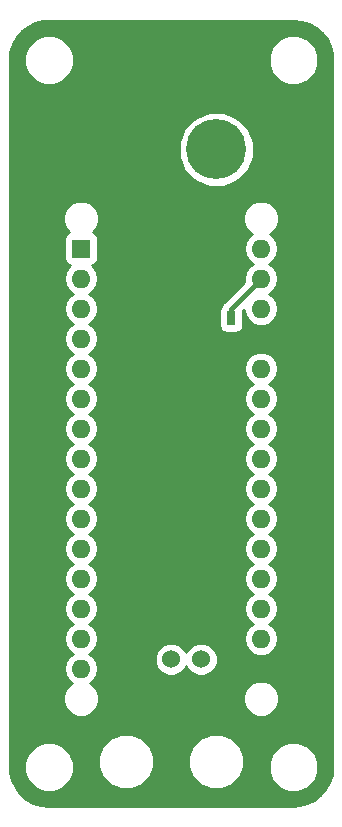
<source format=gbr>
G04 #@! TF.GenerationSoftware,KiCad,Pcbnew,(5.0.0)*
G04 #@! TF.CreationDate,2018-11-03T18:08:05-05:00*
G04 #@! TF.ProjectId,Neopixel_Breakout,4E656F706978656C5F427265616B6F75,rev?*
G04 #@! TF.SameCoordinates,Original*
G04 #@! TF.FileFunction,Copper,L2,Bot,Signal*
G04 #@! TF.FilePolarity,Positive*
%FSLAX46Y46*%
G04 Gerber Fmt 4.6, Leading zero omitted, Abs format (unit mm)*
G04 Created by KiCad (PCBNEW (5.0.0)) date 11/03/18 18:08:05*
%MOMM*%
%LPD*%
G01*
G04 APERTURE LIST*
G04 #@! TA.AperFunction,ComponentPad*
%ADD10R,1.600000X1.600000*%
G04 #@! TD*
G04 #@! TA.AperFunction,ComponentPad*
%ADD11O,1.600000X1.600000*%
G04 #@! TD*
G04 #@! TA.AperFunction,SMDPad,CuDef*
%ADD12R,0.750000X1.200000*%
G04 #@! TD*
G04 #@! TA.AperFunction,ComponentPad*
%ADD13C,5.080000*%
G04 #@! TD*
G04 #@! TA.AperFunction,ComponentPad*
%ADD14C,1.524000*%
G04 #@! TD*
G04 #@! TA.AperFunction,Conductor*
%ADD15C,0.381000*%
G04 #@! TD*
G04 #@! TA.AperFunction,Conductor*
%ADD16C,0.254000*%
G04 #@! TD*
G04 APERTURE END LIST*
D10*
G04 #@! TO.P,A1,1*
G04 #@! TO.N,N/C*
X147320000Y-89683001D03*
D11*
G04 #@! TO.P,A1,17*
X162560000Y-122703001D03*
G04 #@! TO.P,A1,2*
X147320000Y-92223001D03*
G04 #@! TO.P,A1,18*
X162560000Y-120163001D03*
G04 #@! TO.P,A1,3*
X147320000Y-94763001D03*
G04 #@! TO.P,A1,19*
X162560000Y-117623001D03*
G04 #@! TO.P,A1,4*
G04 #@! TO.N,GND*
X147320000Y-97303001D03*
G04 #@! TO.P,A1,20*
G04 #@! TO.N,N/C*
X162560000Y-115083001D03*
G04 #@! TO.P,A1,5*
X147320000Y-99843001D03*
G04 #@! TO.P,A1,21*
X162560000Y-112543001D03*
G04 #@! TO.P,A1,6*
X147320000Y-102383001D03*
G04 #@! TO.P,A1,22*
X162560000Y-110003001D03*
G04 #@! TO.P,A1,7*
X147320000Y-104923001D03*
G04 #@! TO.P,A1,23*
X162560000Y-107463001D03*
G04 #@! TO.P,A1,8*
X147320000Y-107463001D03*
G04 #@! TO.P,A1,24*
X162560000Y-104923001D03*
G04 #@! TO.P,A1,9*
X147320000Y-110003001D03*
G04 #@! TO.P,A1,25*
X162560000Y-102383001D03*
G04 #@! TO.P,A1,10*
X147320000Y-112543001D03*
G04 #@! TO.P,A1,26*
X162560000Y-99843001D03*
G04 #@! TO.P,A1,11*
X147320000Y-115083001D03*
G04 #@! TO.P,A1,27*
G04 #@! TO.N,+5V*
X162560000Y-97303001D03*
G04 #@! TO.P,A1,12*
G04 #@! TO.N,N/C*
X147320000Y-117623001D03*
G04 #@! TO.P,A1,28*
X162560000Y-94763001D03*
G04 #@! TO.P,A1,13*
X147320000Y-120163001D03*
G04 #@! TO.P,A1,29*
G04 #@! TO.N,GND*
X162560000Y-92223001D03*
G04 #@! TO.P,A1,14*
G04 #@! TO.N,Neo_Sig*
X147320000Y-122703001D03*
G04 #@! TO.P,A1,30*
G04 #@! TO.N,N/C*
X162560000Y-89683001D03*
G04 #@! TO.P,A1,15*
X147320000Y-125243001D03*
G04 #@! TO.P,A1,16*
G04 #@! TO.N,+5V*
X162560000Y-125243001D03*
G04 #@! TD*
D12*
G04 #@! TO.P,C1,1*
G04 #@! TO.N,GND*
X160020000Y-95570000D03*
G04 #@! TO.P,C1,2*
G04 #@! TO.N,+5V*
X160020000Y-97470000D03*
G04 #@! TD*
D13*
G04 #@! TO.P,Conn1,1*
G04 #@! TO.N,GND*
X158750000Y-81280000D03*
G04 #@! TO.P,Conn1,2*
G04 #@! TO.N,+5V*
X150749000Y-81280000D03*
G04 #@! TD*
D14*
G04 #@! TO.P,Conn2,1*
G04 #@! TO.N,+5V*
X152400000Y-124460000D03*
G04 #@! TO.P,Conn2,2*
G04 #@! TO.N,Neo_Sig*
X154940000Y-124460000D03*
G04 #@! TO.P,Conn2,3*
G04 #@! TO.N,GND*
X157480000Y-124460000D03*
G04 #@! TD*
D15*
G04 #@! TO.N,GND*
X161760001Y-93023000D02*
X162560000Y-92223001D01*
X160020000Y-94763001D02*
X161760001Y-93023000D01*
X160020000Y-95570000D02*
X160020000Y-94763001D01*
G04 #@! TD*
D16*
G04 #@! TO.N,+5V*
G36*
X165966663Y-70453246D02*
X166603031Y-70652671D01*
X167186295Y-70975979D01*
X167692639Y-71409968D01*
X168101373Y-71936905D01*
X168395807Y-72535273D01*
X168566112Y-73189087D01*
X168606401Y-73712683D01*
X168606400Y-76155474D01*
X168606400Y-76155475D01*
X168606401Y-133517226D01*
X168535354Y-134216664D01*
X168335929Y-134853031D01*
X168012620Y-135436297D01*
X167578630Y-135942641D01*
X167051692Y-136351376D01*
X166453329Y-136645805D01*
X165799514Y-136816112D01*
X165275930Y-136856400D01*
X144612764Y-136856400D01*
X143913336Y-136785354D01*
X143276969Y-136585929D01*
X142693703Y-136262620D01*
X142187359Y-135828630D01*
X141778624Y-135301692D01*
X141484195Y-134703329D01*
X141313888Y-134049514D01*
X141273600Y-133525930D01*
X141273600Y-133128773D01*
X142473680Y-133128773D01*
X142473680Y-133967467D01*
X142794634Y-134742319D01*
X143387681Y-135335366D01*
X144162533Y-135656320D01*
X145001227Y-135656320D01*
X145776079Y-135335366D01*
X146369126Y-134742319D01*
X146690080Y-133967467D01*
X146690080Y-133128773D01*
X146482060Y-132626567D01*
X148770000Y-132626567D01*
X148770000Y-133565433D01*
X149129289Y-134432833D01*
X149793167Y-135096711D01*
X150660567Y-135456000D01*
X151599433Y-135456000D01*
X152466833Y-135096711D01*
X153130711Y-134432833D01*
X153490000Y-133565433D01*
X153490000Y-132626567D01*
X156390000Y-132626567D01*
X156390000Y-133565433D01*
X156749289Y-134432833D01*
X157413167Y-135096711D01*
X158280567Y-135456000D01*
X159219433Y-135456000D01*
X160086833Y-135096711D01*
X160750711Y-134432833D01*
X161110000Y-133565433D01*
X161110000Y-133128773D01*
X163189920Y-133128773D01*
X163189920Y-133967467D01*
X163510874Y-134742319D01*
X164103921Y-135335366D01*
X164878773Y-135656320D01*
X165717467Y-135656320D01*
X166492319Y-135335366D01*
X167085366Y-134742319D01*
X167406320Y-133967467D01*
X167406320Y-133128773D01*
X167085366Y-132353921D01*
X166492319Y-131760874D01*
X165717467Y-131439920D01*
X164878773Y-131439920D01*
X164103921Y-131760874D01*
X163510874Y-132353921D01*
X163189920Y-133128773D01*
X161110000Y-133128773D01*
X161110000Y-132626567D01*
X160750711Y-131759167D01*
X160086833Y-131095289D01*
X159219433Y-130736000D01*
X158280567Y-130736000D01*
X157413167Y-131095289D01*
X156749289Y-131759167D01*
X156390000Y-132626567D01*
X153490000Y-132626567D01*
X153130711Y-131759167D01*
X152466833Y-131095289D01*
X151599433Y-130736000D01*
X150660567Y-130736000D01*
X149793167Y-131095289D01*
X149129289Y-131759167D01*
X148770000Y-132626567D01*
X146482060Y-132626567D01*
X146369126Y-132353921D01*
X145776079Y-131760874D01*
X145001227Y-131439920D01*
X144162533Y-131439920D01*
X143387681Y-131760874D01*
X142794634Y-132353921D01*
X142473680Y-133128773D01*
X141273600Y-133128773D01*
X141273600Y-86839660D01*
X145795000Y-86839660D01*
X145795000Y-87446342D01*
X146027167Y-88006844D01*
X146299703Y-88279380D01*
X146272235Y-88284844D01*
X146062191Y-88425192D01*
X145921843Y-88635236D01*
X145872560Y-88883001D01*
X145872560Y-90483001D01*
X145921843Y-90730766D01*
X146062191Y-90940810D01*
X146272235Y-91081158D01*
X146406106Y-91107786D01*
X146285423Y-91188424D01*
X145968260Y-91663092D01*
X145856887Y-92223001D01*
X145968260Y-92782910D01*
X146285423Y-93257578D01*
X146637758Y-93493001D01*
X146285423Y-93728424D01*
X145968260Y-94203092D01*
X145856887Y-94763001D01*
X145968260Y-95322910D01*
X146285423Y-95797578D01*
X146637758Y-96033001D01*
X146285423Y-96268424D01*
X145968260Y-96743092D01*
X145856887Y-97303001D01*
X145968260Y-97862910D01*
X146285423Y-98337578D01*
X146637758Y-98573001D01*
X146285423Y-98808424D01*
X145968260Y-99283092D01*
X145856887Y-99843001D01*
X145968260Y-100402910D01*
X146285423Y-100877578D01*
X146637758Y-101113001D01*
X146285423Y-101348424D01*
X145968260Y-101823092D01*
X145856887Y-102383001D01*
X145968260Y-102942910D01*
X146285423Y-103417578D01*
X146637758Y-103653001D01*
X146285423Y-103888424D01*
X145968260Y-104363092D01*
X145856887Y-104923001D01*
X145968260Y-105482910D01*
X146285423Y-105957578D01*
X146637758Y-106193001D01*
X146285423Y-106428424D01*
X145968260Y-106903092D01*
X145856887Y-107463001D01*
X145968260Y-108022910D01*
X146285423Y-108497578D01*
X146637758Y-108733001D01*
X146285423Y-108968424D01*
X145968260Y-109443092D01*
X145856887Y-110003001D01*
X145968260Y-110562910D01*
X146285423Y-111037578D01*
X146637758Y-111273001D01*
X146285423Y-111508424D01*
X145968260Y-111983092D01*
X145856887Y-112543001D01*
X145968260Y-113102910D01*
X146285423Y-113577578D01*
X146637758Y-113813001D01*
X146285423Y-114048424D01*
X145968260Y-114523092D01*
X145856887Y-115083001D01*
X145968260Y-115642910D01*
X146285423Y-116117578D01*
X146637758Y-116353001D01*
X146285423Y-116588424D01*
X145968260Y-117063092D01*
X145856887Y-117623001D01*
X145968260Y-118182910D01*
X146285423Y-118657578D01*
X146637758Y-118893001D01*
X146285423Y-119128424D01*
X145968260Y-119603092D01*
X145856887Y-120163001D01*
X145968260Y-120722910D01*
X146285423Y-121197578D01*
X146637758Y-121433001D01*
X146285423Y-121668424D01*
X145968260Y-122143092D01*
X145856887Y-122703001D01*
X145968260Y-123262910D01*
X146285423Y-123737578D01*
X146637758Y-123973001D01*
X146285423Y-124208424D01*
X145968260Y-124683092D01*
X145856887Y-125243001D01*
X145968260Y-125802910D01*
X146285423Y-126277578D01*
X146547168Y-126452470D01*
X146456157Y-126490168D01*
X146027167Y-126919158D01*
X145795000Y-127479660D01*
X145795000Y-128086342D01*
X146027167Y-128646844D01*
X146456157Y-129075834D01*
X147016659Y-129308001D01*
X147623341Y-129308001D01*
X148183843Y-129075834D01*
X148612833Y-128646844D01*
X148845000Y-128086342D01*
X148845000Y-127479660D01*
X161035000Y-127479660D01*
X161035000Y-128086342D01*
X161267167Y-128646844D01*
X161696157Y-129075834D01*
X162256659Y-129308001D01*
X162863341Y-129308001D01*
X163423843Y-129075834D01*
X163852833Y-128646844D01*
X164085000Y-128086342D01*
X164085000Y-127479660D01*
X163852833Y-126919158D01*
X163423843Y-126490168D01*
X162863341Y-126258001D01*
X162256659Y-126258001D01*
X161696157Y-126490168D01*
X161267167Y-126919158D01*
X161035000Y-127479660D01*
X148845000Y-127479660D01*
X148612833Y-126919158D01*
X148183843Y-126490168D01*
X148092832Y-126452470D01*
X148354577Y-126277578D01*
X148671740Y-125802910D01*
X148783113Y-125243001D01*
X148671740Y-124683092D01*
X148354577Y-124208424D01*
X148315209Y-124182119D01*
X153543000Y-124182119D01*
X153543000Y-124737881D01*
X153755680Y-125251337D01*
X154148663Y-125644320D01*
X154662119Y-125857000D01*
X155217881Y-125857000D01*
X155731337Y-125644320D01*
X156124320Y-125251337D01*
X156210000Y-125044487D01*
X156295680Y-125251337D01*
X156688663Y-125644320D01*
X157202119Y-125857000D01*
X157757881Y-125857000D01*
X158271337Y-125644320D01*
X158664320Y-125251337D01*
X158877000Y-124737881D01*
X158877000Y-124182119D01*
X158664320Y-123668663D01*
X158271337Y-123275680D01*
X157757881Y-123063000D01*
X157202119Y-123063000D01*
X156688663Y-123275680D01*
X156295680Y-123668663D01*
X156210000Y-123875513D01*
X156124320Y-123668663D01*
X155731337Y-123275680D01*
X155217881Y-123063000D01*
X154662119Y-123063000D01*
X154148663Y-123275680D01*
X153755680Y-123668663D01*
X153543000Y-124182119D01*
X148315209Y-124182119D01*
X148002242Y-123973001D01*
X148354577Y-123737578D01*
X148671740Y-123262910D01*
X148783113Y-122703001D01*
X148671740Y-122143092D01*
X148354577Y-121668424D01*
X148002242Y-121433001D01*
X148354577Y-121197578D01*
X148671740Y-120722910D01*
X148783113Y-120163001D01*
X148671740Y-119603092D01*
X148354577Y-119128424D01*
X148002242Y-118893001D01*
X148354577Y-118657578D01*
X148671740Y-118182910D01*
X148783113Y-117623001D01*
X148671740Y-117063092D01*
X148354577Y-116588424D01*
X148002242Y-116353001D01*
X148354577Y-116117578D01*
X148671740Y-115642910D01*
X148783113Y-115083001D01*
X148671740Y-114523092D01*
X148354577Y-114048424D01*
X148002242Y-113813001D01*
X148354577Y-113577578D01*
X148671740Y-113102910D01*
X148783113Y-112543001D01*
X148671740Y-111983092D01*
X148354577Y-111508424D01*
X148002242Y-111273001D01*
X148354577Y-111037578D01*
X148671740Y-110562910D01*
X148783113Y-110003001D01*
X148671740Y-109443092D01*
X148354577Y-108968424D01*
X148002242Y-108733001D01*
X148354577Y-108497578D01*
X148671740Y-108022910D01*
X148783113Y-107463001D01*
X148671740Y-106903092D01*
X148354577Y-106428424D01*
X148002242Y-106193001D01*
X148354577Y-105957578D01*
X148671740Y-105482910D01*
X148783113Y-104923001D01*
X148671740Y-104363092D01*
X148354577Y-103888424D01*
X148002242Y-103653001D01*
X148354577Y-103417578D01*
X148671740Y-102942910D01*
X148783113Y-102383001D01*
X148671740Y-101823092D01*
X148354577Y-101348424D01*
X148002242Y-101113001D01*
X148354577Y-100877578D01*
X148671740Y-100402910D01*
X148783113Y-99843001D01*
X161096887Y-99843001D01*
X161208260Y-100402910D01*
X161525423Y-100877578D01*
X161877758Y-101113001D01*
X161525423Y-101348424D01*
X161208260Y-101823092D01*
X161096887Y-102383001D01*
X161208260Y-102942910D01*
X161525423Y-103417578D01*
X161877758Y-103653001D01*
X161525423Y-103888424D01*
X161208260Y-104363092D01*
X161096887Y-104923001D01*
X161208260Y-105482910D01*
X161525423Y-105957578D01*
X161877758Y-106193001D01*
X161525423Y-106428424D01*
X161208260Y-106903092D01*
X161096887Y-107463001D01*
X161208260Y-108022910D01*
X161525423Y-108497578D01*
X161877758Y-108733001D01*
X161525423Y-108968424D01*
X161208260Y-109443092D01*
X161096887Y-110003001D01*
X161208260Y-110562910D01*
X161525423Y-111037578D01*
X161877758Y-111273001D01*
X161525423Y-111508424D01*
X161208260Y-111983092D01*
X161096887Y-112543001D01*
X161208260Y-113102910D01*
X161525423Y-113577578D01*
X161877758Y-113813001D01*
X161525423Y-114048424D01*
X161208260Y-114523092D01*
X161096887Y-115083001D01*
X161208260Y-115642910D01*
X161525423Y-116117578D01*
X161877758Y-116353001D01*
X161525423Y-116588424D01*
X161208260Y-117063092D01*
X161096887Y-117623001D01*
X161208260Y-118182910D01*
X161525423Y-118657578D01*
X161877758Y-118893001D01*
X161525423Y-119128424D01*
X161208260Y-119603092D01*
X161096887Y-120163001D01*
X161208260Y-120722910D01*
X161525423Y-121197578D01*
X161877758Y-121433001D01*
X161525423Y-121668424D01*
X161208260Y-122143092D01*
X161096887Y-122703001D01*
X161208260Y-123262910D01*
X161525423Y-123737578D01*
X162000091Y-124054741D01*
X162418667Y-124138001D01*
X162701333Y-124138001D01*
X163119909Y-124054741D01*
X163594577Y-123737578D01*
X163911740Y-123262910D01*
X164023113Y-122703001D01*
X163911740Y-122143092D01*
X163594577Y-121668424D01*
X163242242Y-121433001D01*
X163594577Y-121197578D01*
X163911740Y-120722910D01*
X164023113Y-120163001D01*
X163911740Y-119603092D01*
X163594577Y-119128424D01*
X163242242Y-118893001D01*
X163594577Y-118657578D01*
X163911740Y-118182910D01*
X164023113Y-117623001D01*
X163911740Y-117063092D01*
X163594577Y-116588424D01*
X163242242Y-116353001D01*
X163594577Y-116117578D01*
X163911740Y-115642910D01*
X164023113Y-115083001D01*
X163911740Y-114523092D01*
X163594577Y-114048424D01*
X163242242Y-113813001D01*
X163594577Y-113577578D01*
X163911740Y-113102910D01*
X164023113Y-112543001D01*
X163911740Y-111983092D01*
X163594577Y-111508424D01*
X163242242Y-111273001D01*
X163594577Y-111037578D01*
X163911740Y-110562910D01*
X164023113Y-110003001D01*
X163911740Y-109443092D01*
X163594577Y-108968424D01*
X163242242Y-108733001D01*
X163594577Y-108497578D01*
X163911740Y-108022910D01*
X164023113Y-107463001D01*
X163911740Y-106903092D01*
X163594577Y-106428424D01*
X163242242Y-106193001D01*
X163594577Y-105957578D01*
X163911740Y-105482910D01*
X164023113Y-104923001D01*
X163911740Y-104363092D01*
X163594577Y-103888424D01*
X163242242Y-103653001D01*
X163594577Y-103417578D01*
X163911740Y-102942910D01*
X164023113Y-102383001D01*
X163911740Y-101823092D01*
X163594577Y-101348424D01*
X163242242Y-101113001D01*
X163594577Y-100877578D01*
X163911740Y-100402910D01*
X164023113Y-99843001D01*
X163911740Y-99283092D01*
X163594577Y-98808424D01*
X163119909Y-98491261D01*
X162701333Y-98408001D01*
X162418667Y-98408001D01*
X162000091Y-98491261D01*
X161525423Y-98808424D01*
X161208260Y-99283092D01*
X161096887Y-99843001D01*
X148783113Y-99843001D01*
X148671740Y-99283092D01*
X148354577Y-98808424D01*
X148002242Y-98573001D01*
X148354577Y-98337578D01*
X148671740Y-97862910D01*
X148783113Y-97303001D01*
X148671740Y-96743092D01*
X148354577Y-96268424D01*
X148002242Y-96033001D01*
X148354577Y-95797578D01*
X148671740Y-95322910D01*
X148741938Y-94970000D01*
X158997560Y-94970000D01*
X158997560Y-96170000D01*
X159046843Y-96417765D01*
X159187191Y-96627809D01*
X159397235Y-96768157D01*
X159645000Y-96817440D01*
X160395000Y-96817440D01*
X160642765Y-96768157D01*
X160852809Y-96627809D01*
X160993157Y-96417765D01*
X161042440Y-96170000D01*
X161042440Y-94970000D01*
X161032153Y-94918281D01*
X161111909Y-94838524D01*
X161208260Y-95322910D01*
X161525423Y-95797578D01*
X162000091Y-96114741D01*
X162418667Y-96198001D01*
X162701333Y-96198001D01*
X163119909Y-96114741D01*
X163594577Y-95797578D01*
X163911740Y-95322910D01*
X164023113Y-94763001D01*
X163911740Y-94203092D01*
X163594577Y-93728424D01*
X163242242Y-93493001D01*
X163594577Y-93257578D01*
X163911740Y-92782910D01*
X164023113Y-92223001D01*
X163911740Y-91663092D01*
X163594577Y-91188424D01*
X163242242Y-90953001D01*
X163594577Y-90717578D01*
X163911740Y-90242910D01*
X164023113Y-89683001D01*
X163911740Y-89123092D01*
X163594577Y-88648424D01*
X163332832Y-88473532D01*
X163423843Y-88435834D01*
X163852833Y-88006844D01*
X164085000Y-87446342D01*
X164085000Y-86839660D01*
X163852833Y-86279158D01*
X163423843Y-85850168D01*
X162863341Y-85618001D01*
X162256659Y-85618001D01*
X161696157Y-85850168D01*
X161267167Y-86279158D01*
X161035000Y-86839660D01*
X161035000Y-87446342D01*
X161267167Y-88006844D01*
X161696157Y-88435834D01*
X161787168Y-88473532D01*
X161525423Y-88648424D01*
X161208260Y-89123092D01*
X161096887Y-89683001D01*
X161208260Y-90242910D01*
X161525423Y-90717578D01*
X161877758Y-90953001D01*
X161525423Y-91188424D01*
X161208260Y-91663092D01*
X161096887Y-92223001D01*
X161145944Y-92469625D01*
X159493775Y-94121794D01*
X159424849Y-94167849D01*
X159378794Y-94236775D01*
X159242397Y-94440907D01*
X159234506Y-94480576D01*
X159187191Y-94512191D01*
X159046843Y-94722235D01*
X158997560Y-94970000D01*
X148741938Y-94970000D01*
X148783113Y-94763001D01*
X148671740Y-94203092D01*
X148354577Y-93728424D01*
X148002242Y-93493001D01*
X148354577Y-93257578D01*
X148671740Y-92782910D01*
X148783113Y-92223001D01*
X148671740Y-91663092D01*
X148354577Y-91188424D01*
X148233894Y-91107786D01*
X148367765Y-91081158D01*
X148577809Y-90940810D01*
X148718157Y-90730766D01*
X148767440Y-90483001D01*
X148767440Y-88883001D01*
X148718157Y-88635236D01*
X148577809Y-88425192D01*
X148367765Y-88284844D01*
X148340297Y-88279380D01*
X148612833Y-88006844D01*
X148845000Y-87446342D01*
X148845000Y-86839660D01*
X148612833Y-86279158D01*
X148183843Y-85850168D01*
X147623341Y-85618001D01*
X147016659Y-85618001D01*
X146456157Y-85850168D01*
X146027167Y-86279158D01*
X145795000Y-86839660D01*
X141273600Y-86839660D01*
X141273600Y-80648453D01*
X155575000Y-80648453D01*
X155575000Y-81911547D01*
X156058365Y-83078493D01*
X156951507Y-83971635D01*
X158118453Y-84455000D01*
X159381547Y-84455000D01*
X160548493Y-83971635D01*
X161441635Y-83078493D01*
X161925000Y-81911547D01*
X161925000Y-80648453D01*
X161441635Y-79481507D01*
X160548493Y-78588365D01*
X159381547Y-78105000D01*
X158118453Y-78105000D01*
X156951507Y-78588365D01*
X156058365Y-79481507D01*
X155575000Y-80648453D01*
X141273600Y-80648453D01*
X141273600Y-73721364D01*
X141319333Y-73271133D01*
X142473680Y-73271133D01*
X142473680Y-74109827D01*
X142794634Y-74884679D01*
X143387681Y-75477726D01*
X144162533Y-75798680D01*
X145001227Y-75798680D01*
X145776079Y-75477726D01*
X146369126Y-74884679D01*
X146690080Y-74109827D01*
X146690080Y-73296533D01*
X163189920Y-73296533D01*
X163189920Y-74135227D01*
X163510874Y-74910079D01*
X164103921Y-75503126D01*
X164878773Y-75824080D01*
X165717467Y-75824080D01*
X166492319Y-75503126D01*
X167085366Y-74910079D01*
X167406320Y-74135227D01*
X167406320Y-73296533D01*
X167085366Y-72521681D01*
X166492319Y-71928634D01*
X165717467Y-71607680D01*
X164878773Y-71607680D01*
X164103921Y-71928634D01*
X163510874Y-72521681D01*
X163189920Y-73296533D01*
X146690080Y-73296533D01*
X146690080Y-73271133D01*
X146369126Y-72496281D01*
X145776079Y-71903234D01*
X145001227Y-71582280D01*
X144162533Y-71582280D01*
X143387681Y-71903234D01*
X142794634Y-72496281D01*
X142473680Y-73271133D01*
X141319333Y-73271133D01*
X141344646Y-73021937D01*
X141544071Y-72385569D01*
X141867379Y-71802305D01*
X142301368Y-71295961D01*
X142828305Y-70887227D01*
X143426673Y-70592793D01*
X144080487Y-70422488D01*
X144604070Y-70382200D01*
X165267236Y-70382200D01*
X165966663Y-70453246D01*
X165966663Y-70453246D01*
G37*
X165966663Y-70453246D02*
X166603031Y-70652671D01*
X167186295Y-70975979D01*
X167692639Y-71409968D01*
X168101373Y-71936905D01*
X168395807Y-72535273D01*
X168566112Y-73189087D01*
X168606401Y-73712683D01*
X168606400Y-76155474D01*
X168606400Y-76155475D01*
X168606401Y-133517226D01*
X168535354Y-134216664D01*
X168335929Y-134853031D01*
X168012620Y-135436297D01*
X167578630Y-135942641D01*
X167051692Y-136351376D01*
X166453329Y-136645805D01*
X165799514Y-136816112D01*
X165275930Y-136856400D01*
X144612764Y-136856400D01*
X143913336Y-136785354D01*
X143276969Y-136585929D01*
X142693703Y-136262620D01*
X142187359Y-135828630D01*
X141778624Y-135301692D01*
X141484195Y-134703329D01*
X141313888Y-134049514D01*
X141273600Y-133525930D01*
X141273600Y-133128773D01*
X142473680Y-133128773D01*
X142473680Y-133967467D01*
X142794634Y-134742319D01*
X143387681Y-135335366D01*
X144162533Y-135656320D01*
X145001227Y-135656320D01*
X145776079Y-135335366D01*
X146369126Y-134742319D01*
X146690080Y-133967467D01*
X146690080Y-133128773D01*
X146482060Y-132626567D01*
X148770000Y-132626567D01*
X148770000Y-133565433D01*
X149129289Y-134432833D01*
X149793167Y-135096711D01*
X150660567Y-135456000D01*
X151599433Y-135456000D01*
X152466833Y-135096711D01*
X153130711Y-134432833D01*
X153490000Y-133565433D01*
X153490000Y-132626567D01*
X156390000Y-132626567D01*
X156390000Y-133565433D01*
X156749289Y-134432833D01*
X157413167Y-135096711D01*
X158280567Y-135456000D01*
X159219433Y-135456000D01*
X160086833Y-135096711D01*
X160750711Y-134432833D01*
X161110000Y-133565433D01*
X161110000Y-133128773D01*
X163189920Y-133128773D01*
X163189920Y-133967467D01*
X163510874Y-134742319D01*
X164103921Y-135335366D01*
X164878773Y-135656320D01*
X165717467Y-135656320D01*
X166492319Y-135335366D01*
X167085366Y-134742319D01*
X167406320Y-133967467D01*
X167406320Y-133128773D01*
X167085366Y-132353921D01*
X166492319Y-131760874D01*
X165717467Y-131439920D01*
X164878773Y-131439920D01*
X164103921Y-131760874D01*
X163510874Y-132353921D01*
X163189920Y-133128773D01*
X161110000Y-133128773D01*
X161110000Y-132626567D01*
X160750711Y-131759167D01*
X160086833Y-131095289D01*
X159219433Y-130736000D01*
X158280567Y-130736000D01*
X157413167Y-131095289D01*
X156749289Y-131759167D01*
X156390000Y-132626567D01*
X153490000Y-132626567D01*
X153130711Y-131759167D01*
X152466833Y-131095289D01*
X151599433Y-130736000D01*
X150660567Y-130736000D01*
X149793167Y-131095289D01*
X149129289Y-131759167D01*
X148770000Y-132626567D01*
X146482060Y-132626567D01*
X146369126Y-132353921D01*
X145776079Y-131760874D01*
X145001227Y-131439920D01*
X144162533Y-131439920D01*
X143387681Y-131760874D01*
X142794634Y-132353921D01*
X142473680Y-133128773D01*
X141273600Y-133128773D01*
X141273600Y-86839660D01*
X145795000Y-86839660D01*
X145795000Y-87446342D01*
X146027167Y-88006844D01*
X146299703Y-88279380D01*
X146272235Y-88284844D01*
X146062191Y-88425192D01*
X145921843Y-88635236D01*
X145872560Y-88883001D01*
X145872560Y-90483001D01*
X145921843Y-90730766D01*
X146062191Y-90940810D01*
X146272235Y-91081158D01*
X146406106Y-91107786D01*
X146285423Y-91188424D01*
X145968260Y-91663092D01*
X145856887Y-92223001D01*
X145968260Y-92782910D01*
X146285423Y-93257578D01*
X146637758Y-93493001D01*
X146285423Y-93728424D01*
X145968260Y-94203092D01*
X145856887Y-94763001D01*
X145968260Y-95322910D01*
X146285423Y-95797578D01*
X146637758Y-96033001D01*
X146285423Y-96268424D01*
X145968260Y-96743092D01*
X145856887Y-97303001D01*
X145968260Y-97862910D01*
X146285423Y-98337578D01*
X146637758Y-98573001D01*
X146285423Y-98808424D01*
X145968260Y-99283092D01*
X145856887Y-99843001D01*
X145968260Y-100402910D01*
X146285423Y-100877578D01*
X146637758Y-101113001D01*
X146285423Y-101348424D01*
X145968260Y-101823092D01*
X145856887Y-102383001D01*
X145968260Y-102942910D01*
X146285423Y-103417578D01*
X146637758Y-103653001D01*
X146285423Y-103888424D01*
X145968260Y-104363092D01*
X145856887Y-104923001D01*
X145968260Y-105482910D01*
X146285423Y-105957578D01*
X146637758Y-106193001D01*
X146285423Y-106428424D01*
X145968260Y-106903092D01*
X145856887Y-107463001D01*
X145968260Y-108022910D01*
X146285423Y-108497578D01*
X146637758Y-108733001D01*
X146285423Y-108968424D01*
X145968260Y-109443092D01*
X145856887Y-110003001D01*
X145968260Y-110562910D01*
X146285423Y-111037578D01*
X146637758Y-111273001D01*
X146285423Y-111508424D01*
X145968260Y-111983092D01*
X145856887Y-112543001D01*
X145968260Y-113102910D01*
X146285423Y-113577578D01*
X146637758Y-113813001D01*
X146285423Y-114048424D01*
X145968260Y-114523092D01*
X145856887Y-115083001D01*
X145968260Y-115642910D01*
X146285423Y-116117578D01*
X146637758Y-116353001D01*
X146285423Y-116588424D01*
X145968260Y-117063092D01*
X145856887Y-117623001D01*
X145968260Y-118182910D01*
X146285423Y-118657578D01*
X146637758Y-118893001D01*
X146285423Y-119128424D01*
X145968260Y-119603092D01*
X145856887Y-120163001D01*
X145968260Y-120722910D01*
X146285423Y-121197578D01*
X146637758Y-121433001D01*
X146285423Y-121668424D01*
X145968260Y-122143092D01*
X145856887Y-122703001D01*
X145968260Y-123262910D01*
X146285423Y-123737578D01*
X146637758Y-123973001D01*
X146285423Y-124208424D01*
X145968260Y-124683092D01*
X145856887Y-125243001D01*
X145968260Y-125802910D01*
X146285423Y-126277578D01*
X146547168Y-126452470D01*
X146456157Y-126490168D01*
X146027167Y-126919158D01*
X145795000Y-127479660D01*
X145795000Y-128086342D01*
X146027167Y-128646844D01*
X146456157Y-129075834D01*
X147016659Y-129308001D01*
X147623341Y-129308001D01*
X148183843Y-129075834D01*
X148612833Y-128646844D01*
X148845000Y-128086342D01*
X148845000Y-127479660D01*
X161035000Y-127479660D01*
X161035000Y-128086342D01*
X161267167Y-128646844D01*
X161696157Y-129075834D01*
X162256659Y-129308001D01*
X162863341Y-129308001D01*
X163423843Y-129075834D01*
X163852833Y-128646844D01*
X164085000Y-128086342D01*
X164085000Y-127479660D01*
X163852833Y-126919158D01*
X163423843Y-126490168D01*
X162863341Y-126258001D01*
X162256659Y-126258001D01*
X161696157Y-126490168D01*
X161267167Y-126919158D01*
X161035000Y-127479660D01*
X148845000Y-127479660D01*
X148612833Y-126919158D01*
X148183843Y-126490168D01*
X148092832Y-126452470D01*
X148354577Y-126277578D01*
X148671740Y-125802910D01*
X148783113Y-125243001D01*
X148671740Y-124683092D01*
X148354577Y-124208424D01*
X148315209Y-124182119D01*
X153543000Y-124182119D01*
X153543000Y-124737881D01*
X153755680Y-125251337D01*
X154148663Y-125644320D01*
X154662119Y-125857000D01*
X155217881Y-125857000D01*
X155731337Y-125644320D01*
X156124320Y-125251337D01*
X156210000Y-125044487D01*
X156295680Y-125251337D01*
X156688663Y-125644320D01*
X157202119Y-125857000D01*
X157757881Y-125857000D01*
X158271337Y-125644320D01*
X158664320Y-125251337D01*
X158877000Y-124737881D01*
X158877000Y-124182119D01*
X158664320Y-123668663D01*
X158271337Y-123275680D01*
X157757881Y-123063000D01*
X157202119Y-123063000D01*
X156688663Y-123275680D01*
X156295680Y-123668663D01*
X156210000Y-123875513D01*
X156124320Y-123668663D01*
X155731337Y-123275680D01*
X155217881Y-123063000D01*
X154662119Y-123063000D01*
X154148663Y-123275680D01*
X153755680Y-123668663D01*
X153543000Y-124182119D01*
X148315209Y-124182119D01*
X148002242Y-123973001D01*
X148354577Y-123737578D01*
X148671740Y-123262910D01*
X148783113Y-122703001D01*
X148671740Y-122143092D01*
X148354577Y-121668424D01*
X148002242Y-121433001D01*
X148354577Y-121197578D01*
X148671740Y-120722910D01*
X148783113Y-120163001D01*
X148671740Y-119603092D01*
X148354577Y-119128424D01*
X148002242Y-118893001D01*
X148354577Y-118657578D01*
X148671740Y-118182910D01*
X148783113Y-117623001D01*
X148671740Y-117063092D01*
X148354577Y-116588424D01*
X148002242Y-116353001D01*
X148354577Y-116117578D01*
X148671740Y-115642910D01*
X148783113Y-115083001D01*
X148671740Y-114523092D01*
X148354577Y-114048424D01*
X148002242Y-113813001D01*
X148354577Y-113577578D01*
X148671740Y-113102910D01*
X148783113Y-112543001D01*
X148671740Y-111983092D01*
X148354577Y-111508424D01*
X148002242Y-111273001D01*
X148354577Y-111037578D01*
X148671740Y-110562910D01*
X148783113Y-110003001D01*
X148671740Y-109443092D01*
X148354577Y-108968424D01*
X148002242Y-108733001D01*
X148354577Y-108497578D01*
X148671740Y-108022910D01*
X148783113Y-107463001D01*
X148671740Y-106903092D01*
X148354577Y-106428424D01*
X148002242Y-106193001D01*
X148354577Y-105957578D01*
X148671740Y-105482910D01*
X148783113Y-104923001D01*
X148671740Y-104363092D01*
X148354577Y-103888424D01*
X148002242Y-103653001D01*
X148354577Y-103417578D01*
X148671740Y-102942910D01*
X148783113Y-102383001D01*
X148671740Y-101823092D01*
X148354577Y-101348424D01*
X148002242Y-101113001D01*
X148354577Y-100877578D01*
X148671740Y-100402910D01*
X148783113Y-99843001D01*
X161096887Y-99843001D01*
X161208260Y-100402910D01*
X161525423Y-100877578D01*
X161877758Y-101113001D01*
X161525423Y-101348424D01*
X161208260Y-101823092D01*
X161096887Y-102383001D01*
X161208260Y-102942910D01*
X161525423Y-103417578D01*
X161877758Y-103653001D01*
X161525423Y-103888424D01*
X161208260Y-104363092D01*
X161096887Y-104923001D01*
X161208260Y-105482910D01*
X161525423Y-105957578D01*
X161877758Y-106193001D01*
X161525423Y-106428424D01*
X161208260Y-106903092D01*
X161096887Y-107463001D01*
X161208260Y-108022910D01*
X161525423Y-108497578D01*
X161877758Y-108733001D01*
X161525423Y-108968424D01*
X161208260Y-109443092D01*
X161096887Y-110003001D01*
X161208260Y-110562910D01*
X161525423Y-111037578D01*
X161877758Y-111273001D01*
X161525423Y-111508424D01*
X161208260Y-111983092D01*
X161096887Y-112543001D01*
X161208260Y-113102910D01*
X161525423Y-113577578D01*
X161877758Y-113813001D01*
X161525423Y-114048424D01*
X161208260Y-114523092D01*
X161096887Y-115083001D01*
X161208260Y-115642910D01*
X161525423Y-116117578D01*
X161877758Y-116353001D01*
X161525423Y-116588424D01*
X161208260Y-117063092D01*
X161096887Y-117623001D01*
X161208260Y-118182910D01*
X161525423Y-118657578D01*
X161877758Y-118893001D01*
X161525423Y-119128424D01*
X161208260Y-119603092D01*
X161096887Y-120163001D01*
X161208260Y-120722910D01*
X161525423Y-121197578D01*
X161877758Y-121433001D01*
X161525423Y-121668424D01*
X161208260Y-122143092D01*
X161096887Y-122703001D01*
X161208260Y-123262910D01*
X161525423Y-123737578D01*
X162000091Y-124054741D01*
X162418667Y-124138001D01*
X162701333Y-124138001D01*
X163119909Y-124054741D01*
X163594577Y-123737578D01*
X163911740Y-123262910D01*
X164023113Y-122703001D01*
X163911740Y-122143092D01*
X163594577Y-121668424D01*
X163242242Y-121433001D01*
X163594577Y-121197578D01*
X163911740Y-120722910D01*
X164023113Y-120163001D01*
X163911740Y-119603092D01*
X163594577Y-119128424D01*
X163242242Y-118893001D01*
X163594577Y-118657578D01*
X163911740Y-118182910D01*
X164023113Y-117623001D01*
X163911740Y-117063092D01*
X163594577Y-116588424D01*
X163242242Y-116353001D01*
X163594577Y-116117578D01*
X163911740Y-115642910D01*
X164023113Y-115083001D01*
X163911740Y-114523092D01*
X163594577Y-114048424D01*
X163242242Y-113813001D01*
X163594577Y-113577578D01*
X163911740Y-113102910D01*
X164023113Y-112543001D01*
X163911740Y-111983092D01*
X163594577Y-111508424D01*
X163242242Y-111273001D01*
X163594577Y-111037578D01*
X163911740Y-110562910D01*
X164023113Y-110003001D01*
X163911740Y-109443092D01*
X163594577Y-108968424D01*
X163242242Y-108733001D01*
X163594577Y-108497578D01*
X163911740Y-108022910D01*
X164023113Y-107463001D01*
X163911740Y-106903092D01*
X163594577Y-106428424D01*
X163242242Y-106193001D01*
X163594577Y-105957578D01*
X163911740Y-105482910D01*
X164023113Y-104923001D01*
X163911740Y-104363092D01*
X163594577Y-103888424D01*
X163242242Y-103653001D01*
X163594577Y-103417578D01*
X163911740Y-102942910D01*
X164023113Y-102383001D01*
X163911740Y-101823092D01*
X163594577Y-101348424D01*
X163242242Y-101113001D01*
X163594577Y-100877578D01*
X163911740Y-100402910D01*
X164023113Y-99843001D01*
X163911740Y-99283092D01*
X163594577Y-98808424D01*
X163119909Y-98491261D01*
X162701333Y-98408001D01*
X162418667Y-98408001D01*
X162000091Y-98491261D01*
X161525423Y-98808424D01*
X161208260Y-99283092D01*
X161096887Y-99843001D01*
X148783113Y-99843001D01*
X148671740Y-99283092D01*
X148354577Y-98808424D01*
X148002242Y-98573001D01*
X148354577Y-98337578D01*
X148671740Y-97862910D01*
X148783113Y-97303001D01*
X148671740Y-96743092D01*
X148354577Y-96268424D01*
X148002242Y-96033001D01*
X148354577Y-95797578D01*
X148671740Y-95322910D01*
X148741938Y-94970000D01*
X158997560Y-94970000D01*
X158997560Y-96170000D01*
X159046843Y-96417765D01*
X159187191Y-96627809D01*
X159397235Y-96768157D01*
X159645000Y-96817440D01*
X160395000Y-96817440D01*
X160642765Y-96768157D01*
X160852809Y-96627809D01*
X160993157Y-96417765D01*
X161042440Y-96170000D01*
X161042440Y-94970000D01*
X161032153Y-94918281D01*
X161111909Y-94838524D01*
X161208260Y-95322910D01*
X161525423Y-95797578D01*
X162000091Y-96114741D01*
X162418667Y-96198001D01*
X162701333Y-96198001D01*
X163119909Y-96114741D01*
X163594577Y-95797578D01*
X163911740Y-95322910D01*
X164023113Y-94763001D01*
X163911740Y-94203092D01*
X163594577Y-93728424D01*
X163242242Y-93493001D01*
X163594577Y-93257578D01*
X163911740Y-92782910D01*
X164023113Y-92223001D01*
X163911740Y-91663092D01*
X163594577Y-91188424D01*
X163242242Y-90953001D01*
X163594577Y-90717578D01*
X163911740Y-90242910D01*
X164023113Y-89683001D01*
X163911740Y-89123092D01*
X163594577Y-88648424D01*
X163332832Y-88473532D01*
X163423843Y-88435834D01*
X163852833Y-88006844D01*
X164085000Y-87446342D01*
X164085000Y-86839660D01*
X163852833Y-86279158D01*
X163423843Y-85850168D01*
X162863341Y-85618001D01*
X162256659Y-85618001D01*
X161696157Y-85850168D01*
X161267167Y-86279158D01*
X161035000Y-86839660D01*
X161035000Y-87446342D01*
X161267167Y-88006844D01*
X161696157Y-88435834D01*
X161787168Y-88473532D01*
X161525423Y-88648424D01*
X161208260Y-89123092D01*
X161096887Y-89683001D01*
X161208260Y-90242910D01*
X161525423Y-90717578D01*
X161877758Y-90953001D01*
X161525423Y-91188424D01*
X161208260Y-91663092D01*
X161096887Y-92223001D01*
X161145944Y-92469625D01*
X159493775Y-94121794D01*
X159424849Y-94167849D01*
X159378794Y-94236775D01*
X159242397Y-94440907D01*
X159234506Y-94480576D01*
X159187191Y-94512191D01*
X159046843Y-94722235D01*
X158997560Y-94970000D01*
X148741938Y-94970000D01*
X148783113Y-94763001D01*
X148671740Y-94203092D01*
X148354577Y-93728424D01*
X148002242Y-93493001D01*
X148354577Y-93257578D01*
X148671740Y-92782910D01*
X148783113Y-92223001D01*
X148671740Y-91663092D01*
X148354577Y-91188424D01*
X148233894Y-91107786D01*
X148367765Y-91081158D01*
X148577809Y-90940810D01*
X148718157Y-90730766D01*
X148767440Y-90483001D01*
X148767440Y-88883001D01*
X148718157Y-88635236D01*
X148577809Y-88425192D01*
X148367765Y-88284844D01*
X148340297Y-88279380D01*
X148612833Y-88006844D01*
X148845000Y-87446342D01*
X148845000Y-86839660D01*
X148612833Y-86279158D01*
X148183843Y-85850168D01*
X147623341Y-85618001D01*
X147016659Y-85618001D01*
X146456157Y-85850168D01*
X146027167Y-86279158D01*
X145795000Y-86839660D01*
X141273600Y-86839660D01*
X141273600Y-80648453D01*
X155575000Y-80648453D01*
X155575000Y-81911547D01*
X156058365Y-83078493D01*
X156951507Y-83971635D01*
X158118453Y-84455000D01*
X159381547Y-84455000D01*
X160548493Y-83971635D01*
X161441635Y-83078493D01*
X161925000Y-81911547D01*
X161925000Y-80648453D01*
X161441635Y-79481507D01*
X160548493Y-78588365D01*
X159381547Y-78105000D01*
X158118453Y-78105000D01*
X156951507Y-78588365D01*
X156058365Y-79481507D01*
X155575000Y-80648453D01*
X141273600Y-80648453D01*
X141273600Y-73721364D01*
X141319333Y-73271133D01*
X142473680Y-73271133D01*
X142473680Y-74109827D01*
X142794634Y-74884679D01*
X143387681Y-75477726D01*
X144162533Y-75798680D01*
X145001227Y-75798680D01*
X145776079Y-75477726D01*
X146369126Y-74884679D01*
X146690080Y-74109827D01*
X146690080Y-73296533D01*
X163189920Y-73296533D01*
X163189920Y-74135227D01*
X163510874Y-74910079D01*
X164103921Y-75503126D01*
X164878773Y-75824080D01*
X165717467Y-75824080D01*
X166492319Y-75503126D01*
X167085366Y-74910079D01*
X167406320Y-74135227D01*
X167406320Y-73296533D01*
X167085366Y-72521681D01*
X166492319Y-71928634D01*
X165717467Y-71607680D01*
X164878773Y-71607680D01*
X164103921Y-71928634D01*
X163510874Y-72521681D01*
X163189920Y-73296533D01*
X146690080Y-73296533D01*
X146690080Y-73271133D01*
X146369126Y-72496281D01*
X145776079Y-71903234D01*
X145001227Y-71582280D01*
X144162533Y-71582280D01*
X143387681Y-71903234D01*
X142794634Y-72496281D01*
X142473680Y-73271133D01*
X141319333Y-73271133D01*
X141344646Y-73021937D01*
X141544071Y-72385569D01*
X141867379Y-71802305D01*
X142301368Y-71295961D01*
X142828305Y-70887227D01*
X143426673Y-70592793D01*
X144080487Y-70422488D01*
X144604070Y-70382200D01*
X165267236Y-70382200D01*
X165966663Y-70453246D01*
G04 #@! TD*
M02*

</source>
